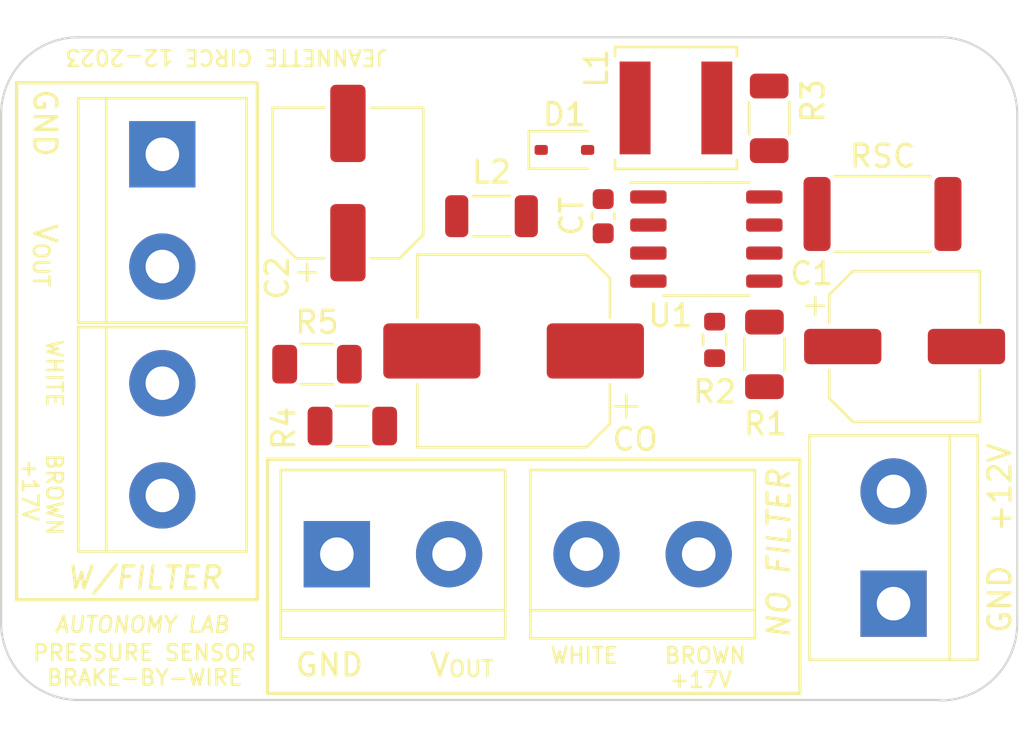
<source format=kicad_pcb>
(kicad_pcb (version 20221018) (generator pcbnew)
  (layers (0 "F.Cu" signal) (31 "B.Cu" signal) (34 "B.Paste" user) (35 "F.Paste" user) (36 "B.SilkS" user "B.Silkscreen") (37 "F.SilkS" user "F.Silkscreen") (38 "B.Mask" user) (39 "F.Mask" user) (44 "Edge.Cuts" user))
  (net 0 "")
  (net 1 "+12V")
  (net 2 "GND")
  (net 3 "VDD")
  (net 4 "VD")
  (net 5 "Net-(U1-Timing_Capacitor)")
  (net 6 "Net-(D1-A)")
  (net 7 "Net-(U1-I_PEAK_Sense)")
  (net 8 "Net-(U1-Comparator_Inverting_Input)")
  (net 9 "Net-(U1-Driver_Collector)")
  (net 10 "Net-(J4-Pin_1)")
  (net 11 "Net-(J6-Pin_1)")
  (footprint "Capacitor_SMD:CP_Elec_6.3x7.7" (layer "F.Cu") (at 171.7 93.1 90)
    (fp_text reference "C2" (at -4.3 -3.2 90) (layer "F.SilkS"))
    (fp_text value "100 uF")
    (fp_line (start -4.4375 -1.8475) (end -3.65 -1.8475) (stroke (width 0.12)) (layer "F.SilkS"))
    (fp_line (start -4.04375 -2.24125) (end -4.04375 -1.45375) (stroke (width 0.12)) (layer "F.SilkS"))
    (fp_line (start -3.41 -2.345563) (end -3.41 -1.06) (stroke (width 0.12)) (layer "F.SilkS"))
    (fp_line (start -3.41 -2.345563) (end -2.345563 -3.41) (stroke (width 0.12)) (layer "F.SilkS"))
    (fp_line (start -3.41 2.345563) (end -3.41 1.06) (stroke (width 0.12)) (layer "F.SilkS"))
    (fp_line (start -3.41 2.345563) (end -2.345563 3.41) (stroke (width 0.12)) (layer "F.SilkS"))
    (fp_line (start -2.345563 -3.41) (end 3.41 -3.41) (stroke (width 0.12)) (layer "F.SilkS"))
    (fp_line (start -2.345563 3.41) (end 3.41 3.41) (stroke (width 0.12)) (layer "F.SilkS"))
    (fp_line (start 3.41 -3.41) (end 3.41 -1.06) (stroke (width 0.12)) (layer "F.SilkS"))
    (fp_line (start 3.41 3.41) (end 3.41 1.06) (stroke (width 0.12)) (layer "F.SilkS"))
    (pad "1" smd roundrect (at -2.7 0 90) (size 3.5 1.6) (layers "F.Cu" "F.Paste" "F.Mask") (roundrect_rratio 0.15625) (net 3 "VDD"))
    (pad "2" smd roundrect (at 2.7 0 90) (size 3.5 1.6) (layers "F.Cu" "F.Paste" "F.Mask") (roundrect_rratio 0.15625) (net 2 "GND"))
  )
  (footprint "Package_SO:SOP-8_3.9x4.9mm_P1.27mm" (layer "F.Cu") (at 187.925 95.635)
    (fp_text reference "U1" (at -1.625 3.465) (layer "F.SilkS"))
    (fp_text value "~")
    (fp_line (start 0 -2.56) (end -3.45 -2.56) (stroke (width 0.12)) (layer "F.SilkS"))
    (fp_line (start 0 -2.56) (end 1.95 -2.56) (stroke (width 0.12)) (layer "F.SilkS"))
    (fp_line (start 0 2.56) (end -1.95 2.56) (stroke (width 0.12)) (layer "F.SilkS"))
    (fp_line (start 0 2.56) (end 1.95 2.56) (stroke (width 0.12)) (layer "F.SilkS"))
    (pad "1" smd roundrect (at -2.625 -1.905) (size 1.65 0.6) (layers "F.Cu" "F.Paste" "F.Mask") (net 6 "Net-(D1-A)"))
    (pad "2" smd roundrect (at -2.625 -0.635) (size 1.65 0.6) (layers "F.Cu" "F.Paste" "F.Mask") (net 2 "GND"))
    (pad "3" smd roundrect (at -2.625 0.635) (size 1.65 0.6) (layers "F.Cu" "F.Paste" "F.Mask") (net 5 "Net-(U1-Timing_Capacitor)"))
    (pad "4" smd roundrect (at -2.625 1.905) (size 1.65 0.6) (layers "F.Cu" "F.Paste" "F.Mask") (net 2 "GND"))
    (pad "5" smd roundrect (at 2.625 1.905) (size 1.65 0.6) (layers "F.Cu" "F.Paste" "F.Mask") (net 8 "Net-(U1-Comparator_Inverting_Input)"))
    (pad "6" smd roundrect (at 2.625 0.635) (size 1.65 0.6) (layers "F.Cu" "F.Paste" "F.Mask") (net 1 "+12V"))
    (pad "7" smd roundrect (at 2.625 -0.635) (size 1.65 0.6) (layers "F.Cu" "F.Paste" "F.Mask") (net 7 "Net-(U1-I_PEAK_Sense)"))
    (pad "8" smd roundrect (at 2.625 -1.905) (size 1.65 0.6) (layers "F.Cu" "F.Paste" "F.Mask") (net 9 "Net-(U1-Driver_Collector)"))
  )
  (footprint "TerminalBlock:TerminalBlock_bornier-2_P5.08mm" (layer "F.Cu") (at 171.2 109.9)
    (fp_text reference "J5" hide)
    (fp_text value "Screw_Terminal_01x02")
    (fp_line (start -2.54 -3.81) (end -2.54 3.81) (stroke (width 0.12)) (layer "F.SilkS"))
    (fp_line (start -2.54 3.81) (end 7.62 3.81) (stroke (width 0.12)) (layer "F.SilkS"))
    (fp_line (start 7.62 -3.81) (end -2.54 -3.81) (stroke (width 0.12)) (layer "F.SilkS"))
    (fp_line (start 7.62 2.54) (end -2.54 2.54) (stroke (width 0.12)) (layer "F.SilkS"))
    (fp_line (start 7.62 3.81) (end 7.62 -3.81) (stroke (width 0.12)) (layer "F.SilkS"))
    (pad "1" thru_hole rect (at 0 0) (size 3 3) (drill 1.52) (layers "*.Cu" "*.Mask") (net 2 "GND"))
    (pad "2" thru_hole circle (at 5.08 0) (size 3 3) (drill 1.52) (layers "*.Cu" "*.Mask") (net 10 "Net-(J4-Pin_1)"))
  )
  (footprint "Resistor_SMD:R_1206_3216Metric" (layer "F.Cu") (at 190.555 100.855 90)
    (fp_text reference "R1" (at -3.145 0.045 180) (layer "F.SilkS"))
    (fp_text value "3.4k Ohm")
    (fp_line (start -0.727064 -0.91) (end 0.727064 -0.91) (stroke (width 0.12)) (layer "F.SilkS"))
    (fp_line (start -0.727064 0.91) (end 0.727064 0.91) (stroke (width 0.12)) (layer "F.SilkS"))
    (pad "1" smd roundrect (at -1.4625 0 90) (size 1.125 1.75) (layers "F.Cu" "F.Paste" "F.Mask") (roundrect_rratio 0.222222) (net 2 "GND"))
    (pad "2" smd roundrect (at 1.4625 0 90) (size 1.125 1.75) (layers "F.Cu" "F.Paste" "F.Mask") (roundrect_rratio 0.222222) (net 8 "Net-(U1-Comparator_Inverting_Input)"))
  )
  (footprint "Inductor_SMD:L_Changjiang_FNR5040S" (layer "F.Cu") (at 186.55 89.7)
    (fp_text reference "L1" (at -3.6 -1.8 90) (layer "F.SilkS"))
    (fp_text value "300uH")
    (fp_line (start -2.76 -2.76) (end -2.76 -2.36) (stroke (width 0.12)) (layer "F.SilkS"))
    (fp_line (start -2.76 -2.76) (end 2.76 -2.76) (stroke (width 0.12)) (layer "F.SilkS"))
    (fp_line (start -2.76 2.76) (end -2.76 2.36) (stroke (width 0.12)) (layer "F.SilkS"))
    (fp_line (start -2.76 2.76) (end 2.76 2.76) (stroke (width 0.12)) (layer "F.SilkS"))
    (fp_line (start 2.76 -2.76) (end 2.76 -2.36) (stroke (width 0.12)) (layer "F.SilkS"))
    (fp_line (start 2.76 2.76) (end 2.76 2.36) (stroke (width 0.12)) (layer "F.SilkS"))
    (pad "1" smd rect (at -1.85 0) (size 1.4 4.2) (layers "F.Cu" "F.Paste" "F.Mask") (net 6 "Net-(D1-A)"))
    (pad "2" smd rect (at 1.85 0) (size 1.4 4.2) (layers "F.Cu" "F.Paste" "F.Mask") (net 7 "Net-(U1-I_PEAK_Sense)"))
  )
  (footprint "Resistor_SMD:R_1206_3216Metric" (layer "F.Cu") (at 171.9 104.1 180)
    (fp_text reference "R4" (at 3.1 -0.1 90) (layer "F.SilkS"))
    (fp_text value "220")
    (fp_line (start -0.727064 -0.91) (end 0.727064 -0.91) (stroke (width 0.12)) (layer "F.SilkS"))
    (fp_line (start -0.727064 0.91) (end 0.727064 0.91) (stroke (width 0.12)) (layer "F.SilkS"))
    (pad "1" smd roundrect (at -1.4625 0 180) (size 1.125 1.75) (layers "F.Cu" "F.Paste" "F.Mask") (roundrect_rratio 0.222222) (net 10 "Net-(J4-Pin_1)"))
    (pad "2" smd roundrect (at 1.4625 0 180) (size 1.125 1.75) (layers "F.Cu" "F.Paste" "F.Mask") (roundrect_rratio 0.222222) (net 2 "GND"))
  )
  (footprint "TerminalBlock:TerminalBlock_bornier-2_P5.08mm" (layer "F.Cu") (at 163.3 91.8 -90)
    (fp_text reference "J7" hide)
    (fp_text value "Screw_Terminal_01x02")
    (fp_line (start -2.54 -3.81) (end -2.54 3.81) (stroke (width 0.12)) (layer "F.SilkS"))
    (fp_line (start -2.54 3.81) (end 7.62 3.81) (stroke (width 0.12)) (layer "F.SilkS"))
    (fp_line (start 7.62 -3.81) (end -2.54 -3.81) (stroke (width 0.12)) (layer "F.SilkS"))
    (fp_line (start 7.62 2.54) (end -2.54 2.54) (stroke (width 0.12)) (layer "F.SilkS"))
    (fp_line (start 7.62 3.81) (end 7.62 -3.81) (stroke (width 0.12)) (layer "F.SilkS"))
    (pad "1" thru_hole rect (at 0 0 270) (size 3 3) (drill 1.52) (layers "*.Cu" "*.Mask") (net 2 "GND"))
    (pad "2" thru_hole circle (at 5.08 0 270) (size 3 3) (drill 1.52) (layers "*.Cu" "*.Mask") (net 11 "Net-(J6-Pin_1)"))
  )
  (footprint "Resistor_SMD:R_2512_6332Metric" (layer "F.Cu") (at 195.9 94.5)
    (fp_text reference "RSC" (at 0 -2.62) (layer "F.SilkS"))
    (fp_text value "0.43 Ohm")
    (fp_line (start -2.177064 -1.71) (end 2.177064 -1.71) (stroke (width 0.12)) (layer "F.SilkS"))
    (fp_line (start -2.177064 1.71) (end 2.177064 1.71) (stroke (width 0.12)) (layer "F.SilkS"))
    (pad "1" smd roundrect (at -2.9625 0) (size 1.225 3.35) (layers "F.Cu" "F.Paste" "F.Mask") (roundrect_rratio 0.204082) (net 7 "Net-(U1-I_PEAK_Sense)"))
    (pad "2" smd roundrect (at 2.9625 0) (size 1.225 3.35) (layers "F.Cu" "F.Paste" "F.Mask") (roundrect_rratio 0.204082) (net 1 "+12V"))
  )
  (footprint "Capacitor_SMD:CP_Elec_6.3x5.4" (layer "F.Cu") (at 196.9 100.5)
    (fp_text reference "C1" (at -4.2 -3.3) (layer "F.SilkS"))
    (fp_text value "100 uF")
    (fp_line (start -4.4375 -1.8475) (end -3.65 -1.8475) (stroke (width 0.12)) (layer "F.SilkS"))
    (fp_line (start -4.04375 -2.24125) (end -4.04375 -1.45375) (stroke (width 0.12)) (layer "F.SilkS"))
    (fp_line (start -3.41 -2.345563) (end -3.41 -1.06) (stroke (width 0.12)) (layer "F.SilkS"))
    (fp_line (start -3.41 -2.345563) (end -2.345563 -3.41) (stroke (width 0.12)) (layer "F.SilkS"))
    (fp_line (start -3.41 2.345563) (end -3.41 1.06) (stroke (width 0.12)) (layer "F.SilkS"))
    (fp_line (start -3.41 2.345563) (end -2.345563 3.41) (stroke (width 0.12)) (layer "F.SilkS"))
    (fp_line (start -2.345563 -3.41) (end 3.41 -3.41) (stroke (width 0.12)) (layer "F.SilkS"))
    (fp_line (start -2.345563 3.41) (end 3.41 3.41) (stroke (width 0.12)) (layer "F.SilkS"))
    (fp_line (start 3.41 -3.41) (end 3.41 -1.06) (stroke (width 0.12)) (layer "F.SilkS"))
    (fp_line (start 3.41 3.41) (end 3.41 1.06) (stroke (width 0.12)) (layer "F.SilkS"))
    (pad "1" smd roundrect (at -2.8 0) (size 3.5 1.6) (layers "F.Cu" "F.Paste" "F.Mask") (roundrect_rratio 0.15625) (net 1 "+12V"))
    (pad "2" smd roundrect (at 2.8 0) (size 3.5 1.6) (layers "F.Cu" "F.Paste" "F.Mask") (roundrect_rratio 0.15625) (net 2 "GND"))
  )
  (footprint "Inductor_SMD:L_1206_3216Metric" (layer "F.Cu") (at 178.2 94.6 180)
    (fp_text reference "L2" (at 0 2) (layer "F.SilkS"))
    (fp_text value "1.0uH")
    (fp_line (start -0.835242 -0.91) (end 0.835242 -0.91) (stroke (width 0.12)) (layer "F.SilkS"))
    (fp_line (start -0.835242 0.91) (end 0.835242 0.91) (stroke (width 0.12)) (layer "F.SilkS"))
    (pad "1" smd roundrect (at -1.575 0 180) (size 1.05 1.9) (layers "F.Cu" "F.Paste" "F.Mask") (roundrect_rratio 0.238095) (net 4 "VD"))
    (pad "2" smd roundrect (at 1.575 0 180) (size 1.05 1.9) (layers "F.Cu" "F.Paste" "F.Mask") (roundrect_rratio 0.238095) (net 3 "VDD"))
  )
  (footprint "TerminalBlock:TerminalBlock_bornier-2_P5.08mm" (layer "F.Cu") (at 196.4 112.14 90)
    (fp_text reference "J1" hide)
    (fp_text value "Screw_Terminal_01x02")
    (fp_line (start -2.54 -3.81) (end -2.54 3.81) (stroke (width 0.12)) (layer "F.SilkS"))
    (fp_line (start -2.54 3.81) (end 7.62 3.81) (stroke (width 0.12)) (layer "F.SilkS"))
    (fp_line (start 7.62 -3.81) (end -2.54 -3.81) (stroke (width 0.12)) (layer "F.SilkS"))
    (fp_line (start 7.62 2.54) (end -2.54 2.54) (stroke (width 0.12)) (layer "F.SilkS"))
    (fp_line (start 7.62 3.81) (end 7.62 -3.81) (stroke (width 0.12)) (layer "F.SilkS"))
    (pad "1" thru_hole rect (at 0 0 90) (size 3 3) (drill 1.52) (layers "*.Cu" "*.Mask") (net 2 "GND"))
    (pad "2" thru_hole circle (at 5.08 0 90) (size 3 3) (drill 1.52) (layers "*.Cu" "*.Mask") (net 1 "+12V"))
  )
  (footprint "Capacitor_SMD:CP_Elec_8x10.5" (layer "F.Cu") (at 179.2 100.7 180)
    (fp_text reference "CO" (at -5.5 -4) (layer "F.SilkS"))
    (fp_text value "330 uF")
    (fp_line (start -5.6 -2.51) (end -4.6 -2.51) (stroke (width 0.12)) (layer "F.SilkS"))
    (fp_line (start -5.1 -3.01) (end -5.1 -2.01) (stroke (width 0.12)) (layer "F.SilkS"))
    (fp_line (start -4.36 -3.295563) (end -4.36 -1.51) (stroke (width 0.12)) (layer "F.SilkS"))
    (fp_line (start -4.36 -3.295563) (end -3.295563 -4.36) (stroke (width 0.12)) (layer "F.SilkS"))
    (fp_line (start -4.36 3.295563) (end -4.36 1.51) (stroke (width 0.12)) (layer "F.SilkS"))
    (fp_line (start -4.36 3.295563) (end -3.295563 4.36) (stroke (width 0.12)) (layer "F.SilkS"))
    (fp_line (start -3.295563 -4.36) (end 4.36 -4.36) (stroke (width 0.12)) (layer "F.SilkS"))
    (fp_line (start -3.295563 4.36) (end 4.36 4.36) (stroke (width 0.12)) (layer "F.SilkS"))
    (fp_line (start 4.36 -4.36) (end 4.36 -1.51) (stroke (width 0.12)) (layer "F.SilkS"))
    (fp_line (start 4.36 4.36) (end 4.36 1.51) (stroke (width 0.12)) (layer "F.SilkS"))
    (pad "1" smd roundrect (at -3.7 0 180) (size 4.4 2.5) (layers "F.Cu" "F.Paste" "F.Mask") (roundrect_rratio 0.1) (net 4 "VD"))
    (pad "2" smd roundrect (at 3.7 0 180) (size 4.4 2.5) (layers "F.Cu" "F.Paste" "F.Mask") (roundrect_rratio 0.1) (net 2 "GND"))
  )
  (footprint "TerminalBlock:TerminalBlock_bornier-2_P5.08mm" (layer "F.Cu") (at 163.3 102.16 -90)
    (fp_text reference "J6" hide)
    (fp_text value "Screw_Terminal_01x02")
    (fp_line (start -2.54 -3.81) (end -2.54 3.81) (stroke (width 0.12)) (layer "F.SilkS"))
    (fp_line (start -2.54 3.81) (end 7.62 3.81) (stroke (width 0.12)) (layer "F.SilkS"))
    (fp_line (start 7.62 -3.81) (end -2.54 -3.81) (stroke (width 0.12)) (layer "F.SilkS"))
    (fp_line (start 7.62 2.54) (end -2.54 2.54) (stroke (width 0.12)) (layer "F.SilkS"))
    (fp_line (start 7.62 3.81) (end 7.62 -3.81) (stroke (width 0.12)) (layer "F.SilkS"))
    (pad "1" thru_hole circle (at 0 0 270) (size 3 3) (drill 1.52) (layers "*.Cu" "*.Mask") (net 11 "Net-(J6-Pin_1)"))
    (pad "2" thru_hole circle (at 5.08 0 270) (size 3 3) (drill 1.52) (layers "*.Cu" "*.Mask") (net 3 "VDD"))
  )
  (footprint "TerminalBlock:TerminalBlock_bornier-2_P5.08mm" (layer "F.Cu") (at 182.5 109.9)
    (fp_text reference "J4" hide)
    (fp_text value "Screw_Terminal_01x02")
    (fp_line (start -2.54 -3.81) (end -2.54 3.81) (stroke (width 0.12)) (layer "F.SilkS"))
    (fp_line (start -2.54 3.81) (end 7.62 3.81) (stroke (width 0.12)) (layer "F.SilkS"))
    (fp_line (start 7.62 -3.81) (end -2.54 -3.81) (stroke (width 0.12)) (layer "F.SilkS"))
    (fp_line (start 7.62 2.54) (end -2.54 2.54) (stroke (width 0.12)) (layer "F.SilkS"))
    (fp_line (start 7.62 3.81) (end 7.62 -3.81) (stroke (width 0.12)) (layer "F.SilkS"))
    (pad "1" thru_hole circle (at 0 0) (size 3 3) (drill 1.52) (layers "*.Cu" "*.Mask") (net 10 "Net-(J4-Pin_1)"))
    (pad "2" thru_hole circle (at 5.08 0) (size 3 3) (drill 1.52) (layers "*.Cu" "*.Mask") (net 4 "VD"))
  )
  (footprint "Diode_SMD:D_SOD-323" (layer "F.Cu") (at 181.5 91.6)
    (fp_text reference "D1" (at 0 -1.6) (layer "F.SilkS"))
    (fp_text value "1N5819")
    (fp_line (start -1.61 -0.85) (end -1.61 0.85) (stroke (width 0.12)) (layer "F.SilkS"))
    (fp_line (start -1.61 -0.85) (end 1.05 -0.85) (stroke (width 0.12)) (layer "F.SilkS"))
    (fp_line (start -1.61 0.85) (end 1.05 0.85) (stroke (width 0.12)) (layer "F.SilkS"))
    (pad "1" smd roundrect (at -1.05 0) (size 0.6 0.45) (layers "F.Cu" "F.Paste" "F.Mask") (net 4 "VD"))
    (pad "2" smd roundrect (at 1.05 0) (size 0.6 0.45) (layers "F.Cu" "F.Paste" "F.Mask") (net 6 "Net-(D1-A)"))
  )
  (footprint "Resistor_SMD:R_1206_3216Metric" (layer "F.Cu") (at 170.3 101.3)
    (fp_text reference "R5" (at 0 -1.9) (layer "F.SilkS"))
    (fp_text value "220")
    (fp_line (start -0.727064 -0.91) (end 0.727064 -0.91) (stroke (width 0.12)) (layer "F.SilkS"))
    (fp_line (start -0.727064 0.91) (end 0.727064 0.91) (stroke (width 0.12)) (layer "F.SilkS"))
    (pad "1" smd roundrect (at -1.4625 0) (size 1.125 1.75) (layers "F.Cu" "F.Paste" "F.Mask") (roundrect_rratio 0.222222) (net 11 "Net-(J6-Pin_1)"))
    (pad "2" smd roundrect (at 1.4625 0) (size 1.125 1.75) (layers "F.Cu" "F.Paste" "F.Mask") (roundrect_rratio 0.222222) (net 2 "GND"))
  )
  (footprint "Resistor_SMD:R_0603_1608Metric" (layer "F.Cu") (at 188.3 100.2 -90)
    (fp_text reference "R2" (at 2.355 0 -180) (layer "F.SilkS"))
    (fp_text value "47k Ohm")
    (fp_line (start -0.237258 -0.5225) (end 0.237258 -0.5225) (stroke (width 0.12)) (layer "F.SilkS"))
    (fp_line (start -0.237258 0.5225) (end 0.237258 0.5225) (stroke (width 0.12)) (layer "F.SilkS"))
    (pad "1" smd roundrect (at -0.825 0 270) (size 0.8 0.95) (layers "F.Cu" "F.Paste" "F.Mask") (net 8 "Net-(U1-Comparator_Inverting_Input)"))
    (pad "2" smd roundrect (at 0.825 0 270) (size 0.8 0.95) (layers "F.Cu" "F.Paste" "F.Mask") (net 4 "VD"))
  )
  (footprint "Capacitor_SMD:C_0603_1608Metric" (layer "F.Cu") (at 183.255 94.6 90)
    (fp_text reference "CT" (at 0 -1.43 90) (layer "F.SilkS"))
    (fp_text value "140 pF")
    (fp_line (start -0.14058 -0.51) (end 0.14058 -0.51) (stroke (width 0.12)) (layer "F.SilkS"))
    (fp_line (start -0.14058 0.51) (end 0.14058 0.51) (stroke (width 0.12)) (layer "F.SilkS"))
    (pad "1" smd roundrect (at -0.775 0 90) (size 0.9 0.95) (layers "F.Cu" "F.Paste" "F.Mask") (net 5 "Net-(U1-Timing_Capacitor)"))
    (pad "2" smd roundrect (at 0.775 0 90) (size 0.9 0.95) (layers "F.Cu" "F.Paste" "F.Mask") (net 2 "GND"))
  )
  (footprint "Resistor_SMD:R_1206_3216Metric" (layer "F.Cu") (at 190.77 90.17 -90)
    (fp_text reference "R3" (at -0.79 -1.98 90) (layer "F.SilkS"))
    (fp_text value "180")
    (fp_line (start -0.727064 -0.91) (end 0.727064 -0.91) (stroke (width 0.12)) (layer "F.SilkS"))
    (fp_line (start -0.727064 0.91) (end 0.727064 0.91) (stroke (width 0.12)) (layer "F.SilkS"))
    (pad "1" smd roundrect (at -1.4625 0 270) (size 1.125 1.75) (layers "F.Cu" "F.Paste" "F.Mask") (roundrect_rratio 0.222222) (net 7 "Net-(U1-I_PEAK_Sense)"))
    (pad "2" smd roundrect (at 1.4625 0 270) (size 1.125 1.75) (layers "F.Cu" "F.Paste" "F.Mask") (roundrect_rratio 0.222222) (net 9 "Net-(U1-Driver_Collector)"))
  )
  (gr_rect (start 168.06 105.6) (end 192.16 116.2) (stroke (width 0.15)) (fill none) (layer "F.SilkS"))
  (gr_rect (start 156.7 88.56) (end 167.6 111.96) (stroke (width 0.15)) (fill none) (layer "F.SilkS"))
  (gr_arc (start 202 113.025126) (mid 200.974874 115.5) (end 198.5 116.525126) (stroke (width 0.1)) (layer "Edge.Cuts"))
  (gr_line (start 198.5 86.5) (end 159.5 86.5) (stroke (width 0.1)) (layer "Edge.Cuts"))
  (gr_arc (start 159.5 116.5) (mid 157.025126 115.474874) (end 156 113) (stroke (width 0.1)) (layer "Edge.Cuts"))
  (gr_arc (start 156 90) (mid 157.025126 87.525126) (end 159.5 86.5) (stroke (width 0.1)) (layer "Edge.Cuts"))
  (gr_line (start 156 90) (end 156 113) (stroke (width 0.1)) (layer "Edge.Cuts"))
  (gr_line (start 159.5 116.5) (end 198.5 116.5) (stroke (width 0.1)) (layer "Edge.Cuts"))
  (gr_line (start 202 113) (end 202 90) (stroke (width 0.1)) (layer "Edge.Cuts"))
  (gr_arc (start 198.5 86.5) (mid 200.974874 87.525126) (end 202 90) (stroke (width 0.1)) (layer "Edge.Cuts"))
  (gr_text "+17V\n" (at 186.2 116) (layer "F.SilkS") (effects (font (size 0.7 0.7) (thickness 0.12) bold) (justify left bottom)))
  (gr_text "OUT" (at 157.4 95.72 -90) (layer "F.SilkS") (effects (font (size 0.7 0.7) (thickness 0.12) bold) (justify left bottom)))
  (gr_text "NO FILTER" (at 191.8 113.8 90) (layer "F.SilkS") (effects (font (size 1 1) (thickness 0.15) italic) (justify left bottom)))
  (gr_text "GND    V" (at 169.24 115.5) (layer "F.SilkS") (effects (font (size 1 1)) (justify left bottom)))
  (gr_text "GND    V" (at 157.4 88.76 -90) (layer "F.SilkS") (effects (font (size 1 1)) (justify left bottom)))
  (gr_text "JEANNETTE CIRCE 12-2023" (at 166.2 87 180) (layer "F.SilkS") (effects (font (size 0.7 0.7) (thickness 0.12) bold) (justify bottom)))
  (gr_text "AUTONOMY LAB" (at 166.4 113.5) (layer "F.SilkS") (effects (font (size 0.7 0.7) (thickness 0.12) bold italic) (justify right bottom)))
  (gr_text "WHITE    BROWN" (at 158 100.12 -90) (layer "F.SilkS") (effects (font (size 0.7 0.7) (thickness 0.12) bold) (justify left bottom)))
  (gr_text "GND  +12V" (at 201.8 113.56 90) (layer "F.SilkS") (effects (font (size 1 1)) (justify left bottom)))
  (gr_text "PRESSURE SENSOR\nBRAKE-BY-WIRE" (at 162.5 115.9) (layer "F.SilkS") (effects (font (size 0.7 0.7) (thickness 0.12) bold) (justify bottom)))
  (gr_text "WHITE    BROWN" (at 180.8 114.9) (layer "F.SilkS") (effects (font (size 0.7 0.7) (thickness 0.12) bold) (justify left bottom)))
  (gr_text "OUT" (at 176.2 115.5) (layer "F.SilkS") (effects (font (size 0.7 0.7) (thickness 0.12) bold) (justify left bottom)))
  (gr_text "W/FILTER\n" (at 158.9 111.56) (layer "F.SilkS") (effects (font (size 1 1) (thickness 0.15) italic) (justify left bottom)))
  (gr_text "+17V\n" (at 156.9 105.52 -90) (layer "F.SilkS") (effects (font (size 0.7 0.7) (thickness 0.12) bold) (justify left bottom)))
)
</source>
